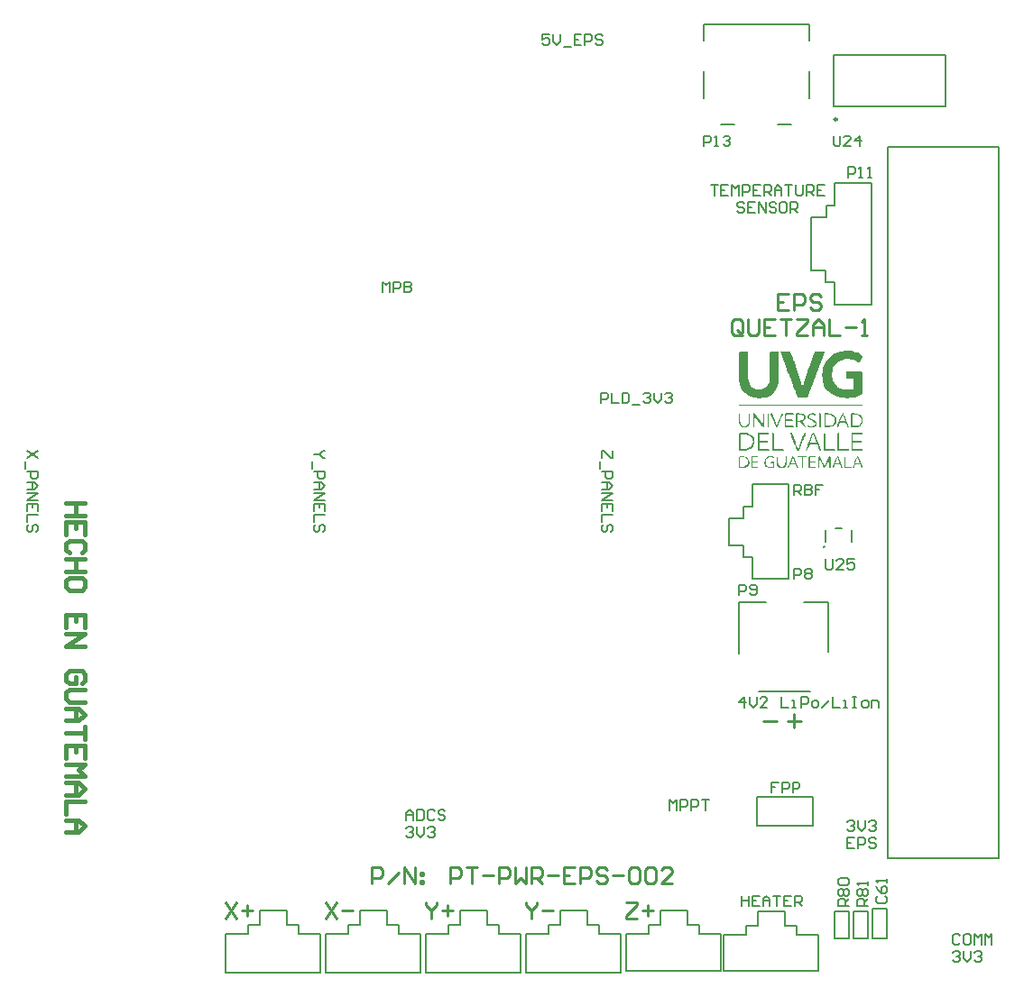
<source format=gto>
G04*
G04 #@! TF.GenerationSoftware,Altium Limited,Altium Designer,19.0.15 (446)*
G04*
G04 Layer_Color=65535*
%FSLAX25Y25*%
%MOIN*%
G70*
G01*
G75*
%ADD10C,0.01000*%
%ADD11C,0.00984*%
%ADD12C,0.00591*%
%ADD13C,0.01575*%
G36*
X290125Y211834D02*
X290877Y211697D01*
X291697Y211424D01*
X292586Y211150D01*
X293474Y210672D01*
X294363Y210057D01*
X294295Y209920D01*
X294158Y209647D01*
X293953Y209237D01*
X293748Y208826D01*
X293474Y208348D01*
X293269Y207938D01*
X293064Y207665D01*
X292928Y207528D01*
X292859Y207596D01*
X292586Y207733D01*
X292176Y207938D01*
X291629Y208211D01*
X290945Y208485D01*
X290194Y208690D01*
X289305Y208826D01*
X288348Y208895D01*
X288006D01*
X287733Y208826D01*
X287049Y208690D01*
X286229Y208416D01*
X285409Y207938D01*
X284520Y207254D01*
X284110Y206844D01*
X283700Y206366D01*
X283359Y205751D01*
X283085Y205067D01*
X282880Y203085D01*
Y203017D01*
Y202880D01*
Y202675D01*
X282948Y202402D01*
X283085Y201718D01*
X283359Y200898D01*
X283769Y199941D01*
X284384Y199121D01*
X284794Y198711D01*
X285272Y198369D01*
X285819Y198096D01*
X286434Y197822D01*
X286503Y197754D01*
X286571D01*
X286708Y197685D01*
X286981Y197617D01*
X287391Y197549D01*
X287870D01*
X288621Y197480D01*
X288963D01*
X289373Y197549D01*
X289783D01*
X290194Y197617D01*
X290604Y197685D01*
X290877Y197822D01*
X290945Y197959D01*
Y201513D01*
X288143D01*
Y203974D01*
X288348Y204179D01*
X294021D01*
X294226Y203974D01*
Y196250D01*
X294158Y196182D01*
X293884Y195977D01*
X293474Y195635D01*
X292859Y195362D01*
X292107Y195020D01*
X291082Y194678D01*
X289988Y194473D01*
X288621Y194405D01*
X288075D01*
X287733Y194473D01*
X287323D01*
X286776Y194541D01*
X286161Y194678D01*
X284862Y195020D01*
X284179Y195293D01*
X283427Y195635D01*
X282743Y195977D01*
X282060Y196455D01*
X281445Y197070D01*
X280830Y197685D01*
X280351Y198437D01*
X279941Y199326D01*
Y199394D01*
X279873Y199599D01*
X279736Y199941D01*
X279668Y200419D01*
X279531Y200966D01*
X279394Y201581D01*
X279326Y203017D01*
Y203359D01*
Y203427D01*
Y203632D01*
X279394Y203974D01*
X279463Y204384D01*
X279531Y204930D01*
X279668Y205546D01*
X279873Y206161D01*
X280146Y206844D01*
X280488Y207528D01*
X280966Y208280D01*
X281513Y208963D01*
X282128Y209647D01*
X282880Y210262D01*
X283769Y210809D01*
X284794Y211287D01*
X285956Y211697D01*
X288143Y211902D01*
X289510D01*
X290125Y211834D01*
D02*
G37*
G36*
X280078Y211629D02*
X280146Y211561D01*
Y211287D01*
X273790Y194678D01*
X270372D01*
Y194746D01*
X270304Y194815D01*
X270235Y195020D01*
X270099Y195293D01*
X269894Y195703D01*
X269689Y196318D01*
X269415Y197002D01*
X269005Y197959D01*
X268595Y199052D01*
X268048Y200419D01*
X267775Y201240D01*
X267433Y202060D01*
X267091Y202948D01*
X266681Y203974D01*
X266339Y204999D01*
X265861Y206161D01*
X265451Y207391D01*
X264972Y208690D01*
X264426Y210057D01*
X263879Y211561D01*
X264016Y211697D01*
X267433D01*
X267501Y211629D01*
X267570Y211492D01*
X267638Y211287D01*
X267775Y211014D01*
X267911Y210604D01*
X268116Y210125D01*
X268390Y209442D01*
X268663Y208553D01*
X269073Y207528D01*
X269483Y206298D01*
X269962Y204862D01*
X270577Y203153D01*
X270850Y202197D01*
X271192Y201171D01*
X271534Y200078D01*
X271944Y198916D01*
X272217D01*
Y198984D01*
X272286Y199052D01*
X272423Y199463D01*
X272628Y200078D01*
X272901Y200898D01*
X273174Y201855D01*
X273585Y202948D01*
X273926Y204110D01*
X274336Y205341D01*
X274746Y206503D01*
X275156Y207665D01*
X275567Y208758D01*
X275908Y209715D01*
X276182Y210535D01*
X276455Y211150D01*
X276592Y211561D01*
X276660Y211629D01*
X276729Y211697D01*
X280009D01*
X280078Y211629D01*
D02*
G37*
G36*
X263264Y211424D02*
Y201513D01*
Y201445D01*
Y201308D01*
Y201035D01*
X263195Y200761D01*
X263059Y199873D01*
X262785Y198847D01*
X262307Y197754D01*
X262033Y197207D01*
X261623Y196660D01*
X261145Y196182D01*
X260666Y195703D01*
X260051Y195225D01*
X259368Y194883D01*
X259299D01*
X259094Y194815D01*
X258752Y194746D01*
X258342Y194678D01*
X257796Y194541D01*
X257249Y194473D01*
X256087Y194405D01*
X255403D01*
X254993Y194473D01*
X254583Y194541D01*
X254036Y194678D01*
X253421Y194815D01*
X252738Y195088D01*
X252123Y195430D01*
X251439Y195840D01*
X250756Y196387D01*
X250140Y197002D01*
X249594Y197754D01*
X249184Y198711D01*
X248842Y199736D01*
X248568Y200966D01*
X248500Y202402D01*
Y211424D01*
X248705Y211697D01*
X251781D01*
X251986Y211424D01*
Y202128D01*
Y202060D01*
Y201923D01*
Y201718D01*
X252054Y201376D01*
X252191Y200693D01*
X252533Y199804D01*
X253011Y198984D01*
X253353Y198574D01*
X253695Y198232D01*
X254173Y197890D01*
X254720Y197685D01*
X255335Y197549D01*
X256087Y197480D01*
X256224D01*
X256497Y197549D01*
X256975Y197617D01*
X257522Y197822D01*
X258137Y198164D01*
X258752Y198574D01*
X259299Y199258D01*
X259709Y200146D01*
X259983Y203974D01*
Y211424D01*
X260188Y211697D01*
X263059D01*
X263264Y211424D01*
D02*
G37*
G36*
X294363Y191739D02*
X294226Y191602D01*
X248705D01*
X248500Y191876D01*
X248568Y191944D01*
X294158D01*
X294363Y191739D01*
D02*
G37*
G36*
X276455Y188732D02*
X276865Y188595D01*
X277002Y188458D01*
X277139Y188321D01*
Y188253D01*
X277070Y188185D01*
X277002Y188117D01*
X276729Y188048D01*
X275977Y188321D01*
X275293D01*
X274952Y188185D01*
X274541Y187980D01*
X274473Y187706D01*
X274405Y187433D01*
Y187296D01*
X274473Y187228D01*
X274541Y187160D01*
X274746Y187023D01*
X275020Y186818D01*
X275498Y186613D01*
X276113Y186339D01*
X277002Y185998D01*
X277344Y185382D01*
Y184904D01*
Y184836D01*
Y184699D01*
X277275Y184494D01*
X277139Y184289D01*
X276865Y184016D01*
X276523Y183810D01*
X276045Y183605D01*
X275430Y183537D01*
X275361D01*
X275156Y183605D01*
X274883Y183674D01*
X274610Y183742D01*
X274336Y183810D01*
X274063Y183947D01*
X273858Y184016D01*
X273790Y184152D01*
X274063Y184494D01*
X274131D01*
X274200Y184425D01*
X274610Y184289D01*
X275020Y184084D01*
X275498Y184016D01*
X275567D01*
X275703Y184084D01*
X276182Y184221D01*
X276660Y184494D01*
X276797Y184699D01*
X276865Y184972D01*
X276797Y185109D01*
X276729Y185246D01*
X276592Y185382D01*
X276250Y185588D01*
X275840Y185861D01*
X275225Y186134D01*
X274405Y186476D01*
X273926Y187091D01*
Y187911D01*
Y187980D01*
X273994Y188048D01*
X274268Y188390D01*
X274746Y188663D01*
X275088Y188732D01*
X275430Y188800D01*
X276113D01*
X276455Y188732D01*
D02*
G37*
G36*
X257864Y188526D02*
Y183879D01*
X257659Y183674D01*
X257522D01*
X257385Y183810D01*
X257249Y183947D01*
X256975Y184289D01*
X256497Y184767D01*
X255950Y185519D01*
X255608Y185929D01*
X255267Y186476D01*
X254788Y187023D01*
X254310Y187706D01*
X254241D01*
Y183879D01*
X253968Y183674D01*
X253763Y183879D01*
Y188526D01*
X253968Y188800D01*
X254105D01*
X257385Y184631D01*
Y188526D01*
X257659Y188800D01*
X257864Y188526D01*
D02*
G37*
G36*
X264767Y188663D02*
X264904D01*
Y188595D01*
X264836Y188458D01*
X264767Y188253D01*
X264631Y187980D01*
X264357Y187228D01*
X264016Y186408D01*
X263605Y185519D01*
X263264Y184699D01*
X262922Y184084D01*
X262785Y183810D01*
X262649Y183674D01*
X262512D01*
X262443Y183742D01*
X262307Y183947D01*
X262170Y184289D01*
X262033Y184562D01*
X261828Y184904D01*
X261692Y185314D01*
X261487Y185793D01*
X261213Y186339D01*
X260940Y187023D01*
X260666Y187775D01*
X260325Y188663D01*
X260461Y188800D01*
X260735D01*
X260803Y188732D01*
X260871Y188595D01*
X261076Y188253D01*
X261281Y187706D01*
X261418Y187365D01*
X261623Y186954D01*
X261760Y186408D01*
X262033Y185793D01*
X262238Y185109D01*
X262512Y184357D01*
X262649D01*
Y184425D01*
X262717Y184562D01*
X262785Y184767D01*
X262922Y185041D01*
X263195Y185793D01*
X263469Y186613D01*
X263810Y187365D01*
X264084Y188117D01*
X264220Y188390D01*
X264357Y188595D01*
X264426Y188732D01*
X264494Y188800D01*
X264631D01*
X264767Y188663D01*
D02*
G37*
G36*
X252601Y188526D02*
Y185451D01*
Y185382D01*
Y185177D01*
X252464Y184904D01*
X252328Y184562D01*
X252123Y184221D01*
X251712Y183879D01*
X251234Y183674D01*
X250551Y183537D01*
X250482D01*
X250209Y183605D01*
X249935Y183674D01*
X249525Y183879D01*
X249184Y184152D01*
X248842Y184562D01*
X248568Y185177D01*
X248500Y185998D01*
Y188526D01*
X248705Y188800D01*
X248978Y188526D01*
Y186066D01*
Y185998D01*
Y185724D01*
X249047Y185451D01*
X249184Y185041D01*
X249389Y184699D01*
X249730Y184357D01*
X250140Y184084D01*
X250687Y184016D01*
X250756D01*
X250892Y184084D01*
X251166Y184152D01*
X251439Y184289D01*
X251644Y184494D01*
X251918Y184836D01*
X252054Y185246D01*
X252123Y185724D01*
Y188526D01*
X252396Y188800D01*
X252601Y188526D01*
D02*
G37*
G36*
X291492Y188663D02*
X292312Y188526D01*
X293064Y188253D01*
X293748Y187911D01*
X293953Y187638D01*
X294158Y187365D01*
X294295Y187023D01*
X294363Y186613D01*
Y185998D01*
Y185929D01*
X294295Y185656D01*
X294226Y185246D01*
X294021Y184836D01*
X293679Y184425D01*
X293132Y184016D01*
X292381Y183742D01*
X291971Y183674D01*
X290057D01*
X289852Y183879D01*
Y188526D01*
X290057Y188800D01*
X290877D01*
X291492Y188663D01*
D02*
G37*
G36*
X287118D02*
X287254Y188390D01*
X287459Y187980D01*
X287733Y187296D01*
X287938Y186886D01*
X288143Y186408D01*
X288348Y185861D01*
X288621Y185246D01*
X288895Y184562D01*
X289237Y183742D01*
X289100Y183674D01*
X288826D01*
X288758Y183742D01*
X288690Y183879D01*
X288553Y184084D01*
X288416Y184425D01*
X288211Y184836D01*
X288006Y185382D01*
X285819D01*
Y185314D01*
X285751Y185109D01*
X285682Y184836D01*
X285546Y184562D01*
X285477Y184221D01*
X285341Y183947D01*
X285204Y183742D01*
X285067Y183674D01*
X284930D01*
X284794Y183742D01*
X284725D01*
Y183810D01*
X284794Y183947D01*
X284862Y184152D01*
X284999Y184425D01*
X285272Y185177D01*
X285614Y186066D01*
X286024Y186954D01*
X286366Y187775D01*
X286708Y188458D01*
X286844Y188663D01*
X286913Y188800D01*
X287049D01*
X287118Y188663D01*
D02*
G37*
G36*
X281855Y188732D02*
X282607Y188526D01*
X283290Y188321D01*
X283837Y187980D01*
X284315Y187501D01*
X284384Y187160D01*
X284452Y186818D01*
Y185588D01*
Y185519D01*
X284384Y185314D01*
X284315Y185041D01*
X284042Y184699D01*
X283700Y184357D01*
X283154Y184084D01*
X282402Y183810D01*
X281923Y183742D01*
X281376Y183674D01*
X280283D01*
X280078Y183879D01*
Y188526D01*
X280283Y188800D01*
X281308D01*
X281855Y188732D01*
D02*
G37*
G36*
X278847Y188526D02*
Y183879D01*
X278574Y183674D01*
X278369Y183879D01*
Y188800D01*
X278574D01*
X278847Y188526D01*
D02*
G37*
G36*
X271261Y188732D02*
X271807Y188595D01*
X272286Y188458D01*
X272764Y188185D01*
X273038Y187775D01*
X273174Y187296D01*
Y187228D01*
Y187091D01*
X272969Y186613D01*
X272628Y186066D01*
X272423Y185929D01*
X272081Y185861D01*
Y185588D01*
X273311Y183742D01*
X273174Y183674D01*
X272969D01*
X271261Y185724D01*
X270167D01*
Y183879D01*
X269894Y183674D01*
X269620Y183879D01*
Y188526D01*
X269894Y188800D01*
X270782D01*
X271261Y188732D01*
D02*
G37*
G36*
X268800Y188526D02*
X268527Y188321D01*
X266203D01*
X265998Y188048D01*
Y186476D01*
X268321D01*
X268527Y186203D01*
X268321Y185998D01*
X265998D01*
Y184357D01*
X266203Y184152D01*
X268527D01*
X268800Y183879D01*
X268527Y183674D01*
X265724D01*
X265451Y183879D01*
Y188526D01*
X265724Y188800D01*
X268527D01*
X268800Y188526D01*
D02*
G37*
G36*
X259573D02*
Y183879D01*
X259368Y183674D01*
X259094Y183879D01*
Y188526D01*
X259368Y188800D01*
X259573Y188526D01*
D02*
G37*
G36*
X294226Y181213D02*
X294158Y181076D01*
Y180940D01*
X294021Y181076D01*
X290672D01*
Y178616D01*
X293748D01*
X294021Y178411D01*
Y178274D01*
X293748Y178001D01*
X290672D01*
Y175540D01*
X294158D01*
X294363Y175335D01*
Y175198D01*
X294158Y174925D01*
X290330D01*
X290057Y175198D01*
Y181555D01*
X294226D01*
Y181213D01*
D02*
G37*
G36*
X273311Y181350D02*
Y181281D01*
X273174Y181076D01*
X273106Y180735D01*
X272901Y180324D01*
X272696Y179846D01*
X272491Y179299D01*
X272012Y178137D01*
X271534Y176975D01*
X271329Y176429D01*
X271124Y175950D01*
X270919Y175540D01*
X270782Y175198D01*
X270714Y174993D01*
X270645Y174925D01*
X270235D01*
X270167Y175062D01*
X270030Y175267D01*
X269894Y175472D01*
X269757Y175745D01*
X269620Y176087D01*
X269415Y176565D01*
X269210Y177112D01*
X268937Y177727D01*
X268663Y178479D01*
X268321Y179368D01*
X267980Y180393D01*
X267570Y181555D01*
X268048D01*
X268116Y181418D01*
X268253Y181213D01*
X268458Y180803D01*
X268595Y180461D01*
X268800Y180120D01*
X268937Y179641D01*
X269142Y179094D01*
X269415Y178411D01*
X269689Y177659D01*
X270030Y176770D01*
X270372Y175813D01*
X270509D01*
Y175882D01*
X270577Y176087D01*
X270714Y176360D01*
X270850Y176702D01*
X271192Y177659D01*
X271602Y178684D01*
X272012Y179709D01*
X272354Y180666D01*
X272491Y181008D01*
X272628Y181281D01*
X272764Y181486D01*
X272833Y181555D01*
X273106D01*
X273311Y181350D01*
D02*
G37*
G36*
X285682D02*
Y175540D01*
X289237D01*
Y175198D01*
X288963Y174925D01*
X285204D01*
X284930Y175198D01*
Y181350D01*
X285204Y181555D01*
X285409D01*
X285682Y181350D01*
D02*
G37*
G36*
X280556D02*
Y175540D01*
X283974D01*
X284179Y175335D01*
Y175198D01*
X283974Y174925D01*
X280146D01*
X279941Y175198D01*
Y181350D01*
X280146Y181555D01*
X280283D01*
X280556Y181350D01*
D02*
G37*
G36*
X276318Y181418D02*
X276455Y181145D01*
X276592Y180940D01*
X276729Y180666D01*
X276865Y180324D01*
X277070Y179914D01*
X277275Y179368D01*
X277549Y178753D01*
X277822Y178001D01*
X278164Y177180D01*
X278506Y176155D01*
X278916Y175062D01*
X278847Y174925D01*
X278437D01*
X278369Y174993D01*
X278301Y175062D01*
X278232Y175198D01*
X278096Y175472D01*
X277890Y175882D01*
X277754Y176497D01*
X277480Y177249D01*
X274815D01*
X273653Y174925D01*
X273174D01*
Y174993D01*
X273243Y175130D01*
X273311Y175403D01*
X273379Y175677D01*
X273516Y175950D01*
X273585Y176292D01*
X273790Y176770D01*
X273994Y177249D01*
X274200Y177864D01*
X274473Y178616D01*
X274815Y179436D01*
X275225Y180393D01*
X275635Y181418D01*
X275772Y181555D01*
X276250D01*
X276318Y181418D01*
D02*
G37*
G36*
X261418Y181350D02*
Y175540D01*
X264904D01*
X265109Y175335D01*
Y175198D01*
X264904Y174925D01*
X260940D01*
X260735Y175198D01*
Y181350D01*
X260940Y181555D01*
X261213D01*
X261418Y181350D01*
D02*
G37*
G36*
X259573Y181076D02*
X256292D01*
X256087Y180803D01*
Y178616D01*
X259094D01*
X259368Y178411D01*
Y178274D01*
X259094Y178001D01*
X256087D01*
Y175540D01*
X259504D01*
X259709Y175335D01*
Y175198D01*
X259504Y174925D01*
X255677D01*
X255472Y175198D01*
Y181555D01*
X259573D01*
Y181076D01*
D02*
G37*
G36*
X251576Y181486D02*
X252054Y181350D01*
X252669Y181076D01*
X253285Y180735D01*
X253831Y180256D01*
X254173Y179573D01*
X254241Y179163D01*
X254310Y178753D01*
Y178274D01*
Y178206D01*
Y178137D01*
X254241Y177727D01*
X254036Y177249D01*
X253763Y176634D01*
X253148Y176019D01*
X252806Y175677D01*
X252328Y175472D01*
X251849Y175267D01*
X251166Y175062D01*
X250482Y174993D01*
X249662Y174925D01*
X248705D01*
X248500Y175198D01*
Y181350D01*
X248705Y181555D01*
X251166D01*
X251576Y181486D01*
D02*
G37*
G36*
X261213Y172874D02*
X261487Y172738D01*
X261623Y172669D01*
X261692Y172533D01*
X261418Y172259D01*
X261281Y172328D01*
X261008Y172464D01*
X260666Y172533D01*
X260188Y172601D01*
X260120D01*
X259914Y172533D01*
X259641Y172464D01*
X259299Y172259D01*
X258958Y172054D01*
X258684Y171781D01*
X258479Y171371D01*
X258411Y170892D01*
Y170824D01*
Y170619D01*
X258479Y170277D01*
X258616Y169935D01*
X258821Y169594D01*
X259163Y169252D01*
X259573Y169047D01*
X260120Y168978D01*
X260598D01*
X261213Y169047D01*
Y170414D01*
X260598D01*
X260325Y170687D01*
X260598Y170892D01*
X261418D01*
X261692Y170687D01*
Y168978D01*
Y168910D01*
X261623Y168842D01*
X261487Y168773D01*
X261350Y168705D01*
X261076Y168637D01*
X260666Y168568D01*
X260188Y168500D01*
X260120D01*
X259846Y168568D01*
X259504Y168637D01*
X259094Y168842D01*
X258684Y169047D01*
X258342Y169389D01*
X258069Y169867D01*
X258001Y170414D01*
Y171029D01*
Y171097D01*
X258069Y171371D01*
X258206Y171644D01*
X258342Y172054D01*
X258616Y172396D01*
X258958Y172738D01*
X259436Y172943D01*
X259983Y173011D01*
X260871D01*
X261213Y172874D01*
D02*
G37*
G36*
X282402Y172738D02*
Y168568D01*
X282265D01*
X281992Y168842D01*
Y171917D01*
X281855D01*
Y171849D01*
X281786Y171781D01*
X281650Y171371D01*
X281445Y170892D01*
X281171Y170277D01*
X280898Y169662D01*
X280556Y169115D01*
X280351Y168705D01*
X280214Y168637D01*
X280146Y168568D01*
X280078D01*
X280009Y168705D01*
X279873Y168842D01*
X279668Y169115D01*
X279463Y169525D01*
X279189Y170140D01*
X278847Y170892D01*
X278437Y171917D01*
X278369D01*
Y168842D01*
X278096Y168568D01*
X277822Y168842D01*
Y172738D01*
X278096Y173011D01*
X278232D01*
X278301Y172943D01*
X278437Y172806D01*
X278574Y172533D01*
X278779Y172123D01*
X279121Y171439D01*
X279326Y171029D01*
X279531Y170551D01*
X279804Y170004D01*
X280078Y169320D01*
X281992Y173011D01*
X282128D01*
X282402Y172738D01*
D02*
G37*
G36*
X266066Y172874D02*
Y169935D01*
Y169867D01*
Y169730D01*
X265998Y169525D01*
X265861Y169252D01*
X265656Y169047D01*
X265314Y168773D01*
X264904Y168637D01*
X264289Y168500D01*
X264016D01*
X263742Y168568D01*
X263400Y168705D01*
X263059Y168910D01*
X262785Y169252D01*
X262580Y169662D01*
X262512Y170209D01*
Y172738D01*
X262785Y173011D01*
X262922Y172874D01*
Y171507D01*
Y171371D01*
Y171097D01*
X262990Y170687D01*
X263059Y170277D01*
X263195Y169799D01*
X263469Y169389D01*
X263742Y169115D01*
X264152Y168978D01*
X264562D01*
X264767Y169115D01*
X265041Y169252D01*
X265314Y169457D01*
X265519Y169799D01*
X265656Y170277D01*
X265724Y170892D01*
Y172738D01*
X265998Y173011D01*
X266066Y172874D01*
D02*
G37*
G36*
X292586Y172943D02*
X292722Y172738D01*
X292859Y172396D01*
X293064Y171917D01*
X293269Y171576D01*
X293406Y171166D01*
X293611Y170619D01*
X293816Y170072D01*
X294089Y169457D01*
X294363Y168705D01*
X294226Y168568D01*
X294089D01*
X294021Y168637D01*
X293953Y168773D01*
X293816Y168910D01*
X293679Y169184D01*
X293543Y169594D01*
X293406Y170072D01*
X291629D01*
X291561Y170004D01*
X291492Y169867D01*
X291424Y169730D01*
X291287Y169457D01*
X291150Y169047D01*
X290945Y168568D01*
X290604D01*
Y168705D01*
Y168773D01*
X290672Y168910D01*
X290740Y169115D01*
X290809Y169389D01*
X291082Y170072D01*
X291355Y170892D01*
X291697Y171644D01*
X291971Y172328D01*
X292107Y172601D01*
X292176Y172806D01*
X292312Y172943D01*
X292381Y173011D01*
X292517D01*
X292586Y172943D01*
D02*
G37*
G36*
X287870Y172874D02*
Y168978D01*
X290057D01*
X290330Y168705D01*
X290194Y168568D01*
X287733D01*
X287528Y168842D01*
Y172738D01*
X287733Y173011D01*
X287870Y172874D01*
D02*
G37*
G36*
X285136Y172943D02*
X285204Y172738D01*
X285409Y172464D01*
X285614Y171917D01*
X285751Y171576D01*
X285956Y171166D01*
X286161Y170687D01*
X286366Y170140D01*
X286639Y169457D01*
X286913Y168705D01*
X286776Y168568D01*
X286571D01*
X286503Y168637D01*
X286434Y168773D01*
X286298Y168910D01*
X286229Y169184D01*
X286092Y169594D01*
X285956Y170072D01*
X283974D01*
Y170004D01*
X283905Y169867D01*
X283837Y169594D01*
X283769Y169320D01*
X283632Y169047D01*
X283495Y168773D01*
X283359Y168637D01*
X283222Y168568D01*
X283085Y168705D01*
X283017D01*
Y168773D01*
X283085Y168910D01*
X283154Y169115D01*
X283290Y169320D01*
X283563Y170004D01*
X283905Y170756D01*
X284179Y171576D01*
X284520Y172259D01*
X284794Y172738D01*
X284862Y172943D01*
X284930Y173011D01*
X285067D01*
X285136Y172943D01*
D02*
G37*
G36*
X277139Y172738D02*
X276865Y172533D01*
X274815D01*
Y171029D01*
X276729D01*
X277002Y170824D01*
X276729Y170551D01*
X274815D01*
Y168978D01*
X277002D01*
X277207Y168705D01*
X277139Y168568D01*
X274541D01*
X274268Y168842D01*
Y172738D01*
X274541Y173011D01*
X276865D01*
X277139Y172738D01*
D02*
G37*
G36*
X273926D02*
X273653Y172533D01*
X272217D01*
Y168842D01*
X271944Y168568D01*
X271739Y168842D01*
Y172533D01*
X270235D01*
X270030Y172738D01*
X270235Y173011D01*
X273653D01*
X273926Y172738D01*
D02*
G37*
G36*
X268595Y172943D02*
X268732Y172738D01*
X268937Y172464D01*
X269142Y171917D01*
X269278Y171507D01*
X269483Y171097D01*
X269689Y170619D01*
X269894Y170004D01*
X270099Y169320D01*
X270372Y168568D01*
X270099D01*
X270030Y168637D01*
X269962Y168773D01*
X269894Y168910D01*
X269757Y169184D01*
X269620Y169594D01*
X269415Y170072D01*
X267638D01*
X267570Y169935D01*
X267433Y169730D01*
X267365Y169457D01*
X267296Y169184D01*
X266818Y168568D01*
X266613Y168842D01*
Y168910D01*
X266681Y168978D01*
X266886Y169457D01*
X267091Y170072D01*
X267433Y170824D01*
X267706Y171576D01*
X267980Y172191D01*
X268253Y172738D01*
X268321Y172943D01*
X268390Y173011D01*
X268527D01*
X268595Y172943D01*
D02*
G37*
G36*
X255814Y172738D02*
Y172533D01*
X253490D01*
Y171029D01*
X255472D01*
X255677Y170824D01*
X255472Y170551D01*
X253490D01*
Y168978D01*
X255677D01*
X255950Y168705D01*
X255814Y168568D01*
X253148D01*
Y172738D01*
X253353Y173011D01*
X255540D01*
X255814Y172738D01*
D02*
G37*
G36*
X250551Y172874D02*
X251029Y172738D01*
X251507Y172464D01*
X251986Y172054D01*
X252259Y171439D01*
X252396Y170687D01*
Y170619D01*
Y170414D01*
X252259Y170072D01*
X252123Y169730D01*
X251849Y169389D01*
X251507Y169047D01*
X250961Y168773D01*
X250209Y168568D01*
X248705D01*
X248500Y168842D01*
Y172738D01*
X248705Y173011D01*
X250072D01*
X250551Y172874D01*
D02*
G37*
%LPC*%
G36*
X291082Y188321D02*
X290467D01*
Y184152D01*
X291765D01*
X292039Y184221D01*
X292381Y184289D01*
X292791Y184425D01*
X293201Y184699D01*
X293543Y185109D01*
X293816Y185724D01*
X293884Y186476D01*
Y186544D01*
X293816Y186749D01*
X293748Y187091D01*
X293543Y187433D01*
X293201Y187706D01*
X292722Y188048D01*
X292039Y188253D01*
X291082Y188321D01*
D02*
G37*
G36*
X287049Y188048D02*
X286913D01*
X286024Y185861D01*
X287733D01*
Y185998D01*
X287049Y188048D01*
D02*
G37*
G36*
X281171Y188321D02*
X280556D01*
Y184152D01*
X281923D01*
X282265Y184289D01*
X282743Y184425D01*
X283222Y184631D01*
X283563Y184972D01*
X283837Y185451D01*
X283974Y186066D01*
Y186613D01*
Y186681D01*
X283905Y186886D01*
X283837Y187160D01*
X283632Y187501D01*
X283290Y187775D01*
X282812Y188048D01*
X282128Y188253D01*
X281171Y188321D01*
D02*
G37*
G36*
X270850D02*
X270167D01*
Y186066D01*
X270850D01*
X271192Y186134D01*
X271602Y186203D01*
X272012Y186339D01*
X272354Y186613D01*
X272628Y186886D01*
X272696Y187296D01*
Y187365D01*
Y187433D01*
X272628Y187638D01*
X272491Y187843D01*
X272217Y187980D01*
X271944Y188185D01*
X271466Y188253D01*
X270850Y188321D01*
D02*
G37*
G36*
X276113Y180803D02*
X275977D01*
X274883Y177864D01*
X277139D01*
Y178001D01*
X276113Y180803D01*
D02*
G37*
G36*
X250345Y181076D02*
X249320D01*
X249047Y180803D01*
Y175813D01*
X249320Y175540D01*
X250072D01*
X250551Y175608D01*
X251166Y175677D01*
X251849Y175882D01*
X252533Y176224D01*
X253148Y176770D01*
X253626Y177454D01*
X253695Y177932D01*
X253763Y178411D01*
Y178548D01*
X253695Y178821D01*
X253558Y179231D01*
X253216Y179778D01*
X252738Y180256D01*
X252396Y180461D01*
X251986Y180666D01*
X251507Y180803D01*
X250961Y180940D01*
X250345Y181076D01*
D02*
G37*
G36*
X292517Y172259D02*
X292312D01*
X291697Y170414D01*
X293132D01*
X292517Y172259D01*
D02*
G37*
G36*
X285067D02*
X284794D01*
X284179Y170414D01*
X284452D01*
X284930Y170551D01*
X285409Y170414D01*
X285682D01*
X285067Y172259D01*
D02*
G37*
G36*
X268527Y172396D02*
X268390D01*
X267775Y170414D01*
X269142D01*
Y170551D01*
X268527Y172396D01*
D02*
G37*
G36*
X250209Y172533D02*
X248978D01*
Y168978D01*
X249730D01*
X250140Y169047D01*
X250619Y169184D01*
X251097Y169457D01*
X251507Y169730D01*
X251781Y170209D01*
X251918Y170824D01*
Y170892D01*
Y171097D01*
X251849Y171371D01*
X251712Y171712D01*
X251507Y171986D01*
X251166Y172259D01*
X250756Y172464D01*
X250209Y172533D01*
D02*
G37*
%LPD*%
D10*
X280010Y139425D02*
G03*
X280010Y139425I-220J0D01*
G01*
X269000Y72500D02*
Y77500D01*
X266500Y75000D02*
X271500D01*
X257500D02*
X262500D01*
X266989Y233096D02*
X262991D01*
Y227098D01*
X266989D01*
X262991Y230097D02*
X264990D01*
X268989Y227098D02*
Y233096D01*
X271988D01*
X272987Y232096D01*
Y230097D01*
X271988Y229097D01*
X268989D01*
X278985Y232096D02*
X277986Y233096D01*
X275986D01*
X274987Y232096D01*
Y231096D01*
X275986Y230097D01*
X277986D01*
X278985Y229097D01*
Y228097D01*
X277986Y227098D01*
X275986D01*
X274987Y228097D01*
X249995Y218500D02*
Y222498D01*
X248995Y223498D01*
X246996D01*
X245996Y222498D01*
Y218500D01*
X246996Y217500D01*
X248995D01*
X247995Y219499D02*
X249995Y217500D01*
X248995D02*
X249995Y218500D01*
X251994Y223498D02*
Y218500D01*
X252994Y217500D01*
X254993D01*
X255993Y218500D01*
Y223498D01*
X261991D02*
X257992D01*
Y217500D01*
X261991D01*
X257992Y220499D02*
X259992D01*
X263990Y223498D02*
X267989D01*
X265990D01*
Y217500D01*
X269988Y223498D02*
X273987D01*
Y222498D01*
X269988Y218500D01*
Y217500D01*
X273987D01*
X275986D02*
Y221499D01*
X277986Y223498D01*
X279985Y221499D01*
Y217500D01*
Y220499D01*
X275986D01*
X281984Y223498D02*
Y217500D01*
X285983D01*
X287983Y220499D02*
X291981D01*
X293981Y217500D02*
X295980D01*
X294980D01*
Y223498D01*
X293981Y222498D01*
X113000Y15000D02*
Y20998D01*
X115999D01*
X116999Y19998D01*
Y17999D01*
X115999Y16999D01*
X113000D01*
X118998Y15000D02*
X122997Y18999D01*
X124996Y15000D02*
Y20998D01*
X128995Y15000D01*
Y20998D01*
X130994Y18999D02*
X131994D01*
Y17999D01*
X130994D01*
Y18999D01*
Y16000D02*
X131994D01*
Y15000D01*
X130994D01*
Y16000D01*
X141991Y15000D02*
Y20998D01*
X144990D01*
X145989Y19998D01*
Y17999D01*
X144990Y16999D01*
X141991D01*
X147989Y20998D02*
X151987D01*
X149988D01*
Y15000D01*
X153987Y17999D02*
X157985D01*
X159985Y15000D02*
Y20998D01*
X162984D01*
X163984Y19998D01*
Y17999D01*
X162984Y16999D01*
X159985D01*
X165983Y20998D02*
Y15000D01*
X167982Y16999D01*
X169982Y15000D01*
Y20998D01*
X171981Y15000D02*
Y20998D01*
X174980D01*
X175980Y19998D01*
Y17999D01*
X174980Y16999D01*
X171981D01*
X173980D02*
X175980Y15000D01*
X177979Y17999D02*
X181978D01*
X187976Y20998D02*
X183977D01*
Y15000D01*
X187976D01*
X183977Y17999D02*
X185976D01*
X189975Y15000D02*
Y20998D01*
X192974D01*
X193974Y19998D01*
Y17999D01*
X192974Y16999D01*
X189975D01*
X199972Y19998D02*
X198972Y20998D01*
X196973D01*
X195973Y19998D01*
Y18999D01*
X196973Y17999D01*
X198972D01*
X199972Y16999D01*
Y16000D01*
X198972Y15000D01*
X196973D01*
X195973Y16000D01*
X201971Y17999D02*
X205970D01*
X207969Y19998D02*
X208969Y20998D01*
X210968D01*
X211968Y19998D01*
Y16000D01*
X210968Y15000D01*
X208969D01*
X207969Y16000D01*
Y19998D01*
X213967D02*
X214967Y20998D01*
X216966D01*
X217966Y19998D01*
Y16000D01*
X216966Y15000D01*
X214967D01*
X213967Y16000D01*
Y19998D01*
X223964Y15000D02*
X219965D01*
X223964Y18999D01*
Y19998D01*
X222964Y20998D01*
X220965D01*
X219965Y19998D01*
X206980Y7998D02*
X210979D01*
Y6998D01*
X206980Y3000D01*
Y2000D01*
X210979D01*
X212978Y4999D02*
X216977D01*
X214978Y6998D02*
Y3000D01*
X169980Y7998D02*
Y6998D01*
X171980Y4999D01*
X173979Y6998D01*
Y7998D01*
X171980Y4999D02*
Y2000D01*
X175978Y4999D02*
X179977D01*
X132980Y7998D02*
Y6998D01*
X134980Y4999D01*
X136979Y6998D01*
Y7998D01*
X134980Y4999D02*
Y2000D01*
X138978Y4999D02*
X142977D01*
X140978Y6998D02*
Y3000D01*
X95980Y7998D02*
X99979Y2000D01*
Y7998D02*
X95980Y2000D01*
X101978Y4999D02*
X105977D01*
X58980Y7998D02*
X62979Y2000D01*
Y7998D02*
X58980Y2000D01*
X64978Y4999D02*
X68977D01*
X66978Y6998D02*
Y3000D01*
D11*
X284784Y297524D02*
G03*
X284784Y297524I-492J0D01*
G01*
D12*
X255165Y36185D02*
Y46815D01*
X275835D01*
Y36185D02*
Y46815D01*
X255165Y36185D02*
X275835D01*
X290124Y141295D02*
Y145626D01*
X280676Y141295D02*
Y145626D01*
X284227Y146173D02*
X286589D01*
X253417Y154252D02*
Y162520D01*
X250071Y154252D02*
X253417D01*
X250071Y149921D02*
Y154252D01*
X244756Y149921D02*
X250071D01*
X244756Y140079D02*
Y149921D01*
Y140079D02*
X250071D01*
Y135748D02*
Y140079D01*
Y135748D02*
X253417D01*
Y127480D02*
Y135748D01*
Y127480D02*
X267000D01*
X253417Y162520D02*
X267000D01*
Y127480D02*
Y162520D01*
X275059Y241559D02*
Y261441D01*
Y241559D02*
X280571D01*
Y237327D02*
Y241559D01*
Y237327D02*
X283917D01*
Y229059D02*
Y237327D01*
Y229059D02*
X297500D01*
X283917Y273941D02*
X297500D01*
Y229059D02*
Y273941D01*
X280768Y265673D02*
X283917D01*
X280768Y261441D02*
Y265673D01*
X275059Y261441D02*
X280768D01*
X283917Y265673D02*
Y273941D01*
X233752Y-3709D02*
X242020D01*
X233752D02*
Y-362D01*
X229421D02*
X233752D01*
X229421D02*
Y4953D01*
X219579D02*
X229421D01*
X219579Y-362D02*
Y4953D01*
X215248Y-362D02*
X219579D01*
X215248Y-3709D02*
Y-362D01*
X206980Y-3709D02*
X215248D01*
X206980Y-17291D02*
Y-3709D01*
X242020Y-17291D02*
Y-3709D01*
X206980Y-17291D02*
X242020D01*
X269752Y-3917D02*
X278020D01*
X269752D02*
Y-571D01*
X265421D02*
X269752D01*
X265421D02*
Y4744D01*
X255579D02*
X265421D01*
X255579Y-571D02*
Y4744D01*
X251248Y-571D02*
X255579D01*
X251248Y-3917D02*
Y-571D01*
X242980Y-3917D02*
X251248D01*
X242980Y-17500D02*
Y-3917D01*
X278020Y-17500D02*
Y-3917D01*
X242980Y-17500D02*
X278020D01*
X272500Y119000D02*
X281500D01*
X256000Y86000D02*
X275000D01*
X248500Y100000D02*
Y119000D01*
X258500D01*
X281500Y100500D02*
Y119000D01*
X302075Y-5512D02*
X303256D01*
Y5512D01*
X302075D02*
X303256D01*
X297744D02*
X302075D01*
X297744Y-5512D02*
Y5512D01*
Y-5512D02*
X302075D01*
X290744Y-5500D02*
X295370D01*
X290744D02*
Y4500D01*
X295468D01*
X295500D02*
X296256D01*
Y-5500D02*
Y4500D01*
X295500Y-5500D02*
X296256D01*
X284650Y4500D02*
X289276D01*
Y-5500D02*
Y4500D01*
X284551Y-5500D02*
X289276D01*
X283764D02*
X284520D01*
X283764D02*
Y4500D01*
X284520D01*
X263000Y295648D02*
X268000D01*
X235500Y305148D02*
Y315148D01*
X274500Y305148D02*
Y315148D01*
X235500Y326648D02*
Y332616D01*
X274500D01*
Y326648D02*
Y332616D01*
X242000Y295648D02*
X247000D01*
X283405Y302346D02*
X324744D01*
X283405Y321244D02*
X324744D01*
X283405Y302346D02*
Y321244D01*
X324744Y302346D02*
Y321244D01*
X196752Y-3709D02*
X205020D01*
X196752D02*
Y-362D01*
X192421D02*
X196752D01*
X192421D02*
Y4953D01*
X182579D02*
X192421D01*
X182579Y-362D02*
Y4953D01*
X178248Y-362D02*
X182579D01*
X178248Y-3709D02*
Y-362D01*
X169980Y-3709D02*
X178248D01*
X169980Y-17980D02*
Y-3709D01*
X205020Y-17980D02*
Y-3709D01*
X169980Y-17980D02*
X205020D01*
X159752Y-3709D02*
X168020D01*
X159752D02*
Y-362D01*
X155421D02*
X159752D01*
X155421D02*
Y4953D01*
X145579D02*
X155421D01*
X145579Y-362D02*
Y4953D01*
X141248Y-362D02*
X145579D01*
X141248Y-3709D02*
Y-362D01*
X132980Y-3709D02*
X141248D01*
X132980Y-17980D02*
Y-3709D01*
X168020Y-17980D02*
Y-3709D01*
X132980Y-17980D02*
X168020D01*
X122752Y-3709D02*
X131020D01*
X122752D02*
Y-362D01*
X118421D02*
X122752D01*
X118421D02*
Y4953D01*
X108579D02*
X118421D01*
X108579Y-362D02*
Y4953D01*
X104248Y-362D02*
X108579D01*
X104248Y-3709D02*
Y-362D01*
X95980Y-3709D02*
X104248D01*
X95980Y-17980D02*
Y-3709D01*
X131020Y-17980D02*
Y-3709D01*
X95980Y-17980D02*
X131020D01*
X85752Y-3709D02*
X94020D01*
X85752D02*
Y-362D01*
X81421D02*
X85752D01*
X81421D02*
Y4953D01*
X71579D02*
X81421D01*
X71579Y-362D02*
Y4953D01*
X67248Y-362D02*
X71579D01*
X67248Y-3709D02*
Y-362D01*
X58980Y-3709D02*
X67248D01*
X58980Y-17980D02*
Y-3709D01*
X94020Y-17980D02*
Y-3709D01*
X58980Y-17980D02*
X94020D01*
X344634Y24382D02*
Y287374D01*
X323571Y24382D02*
X344634D01*
X323571Y287374D02*
X344634D01*
X303571Y24382D02*
X324634D01*
X303571Y287374D02*
X324634D01*
X303571D02*
X303571Y24382D01*
X288591Y37510D02*
X289247Y38166D01*
X290558D01*
X291214Y37510D01*
Y36854D01*
X290558Y36199D01*
X289902D01*
X290558D01*
X291214Y35543D01*
Y34887D01*
X290558Y34231D01*
X289247D01*
X288591Y34887D01*
X292526Y38166D02*
Y35543D01*
X293838Y34231D01*
X295150Y35543D01*
Y38166D01*
X296462Y37510D02*
X297118Y38166D01*
X298430D01*
X299086Y37510D01*
Y36854D01*
X298430Y36199D01*
X297774D01*
X298430D01*
X299086Y35543D01*
Y34887D01*
X298430Y34231D01*
X297118D01*
X296462Y34887D01*
X291214Y32026D02*
X288591D01*
Y28091D01*
X291214D01*
X288591Y30058D02*
X289902D01*
X292526Y28091D02*
Y32026D01*
X294494D01*
X295150Y31370D01*
Y30058D01*
X294494Y29402D01*
X292526D01*
X299086Y31370D02*
X298430Y32026D01*
X297118D01*
X296462Y31370D01*
Y30714D01*
X297118Y30058D01*
X298430D01*
X299086Y29402D01*
Y28747D01*
X298430Y28091D01*
X297118D01*
X296462Y28747D01*
X125591Y38231D02*
Y40854D01*
X126902Y42167D01*
X128214Y40854D01*
Y38231D01*
Y40199D01*
X125591D01*
X129526Y42167D02*
Y38231D01*
X131494D01*
X132150Y38887D01*
Y41510D01*
X131494Y42167D01*
X129526D01*
X136086Y41510D02*
X135430Y42167D01*
X134118D01*
X133462Y41510D01*
Y38887D01*
X134118Y38231D01*
X135430D01*
X136086Y38887D01*
X140022Y41510D02*
X139366Y42167D01*
X138054D01*
X137398Y41510D01*
Y40854D01*
X138054Y40199D01*
X139366D01*
X140022Y39543D01*
Y38887D01*
X139366Y38231D01*
X138054D01*
X137398Y38887D01*
X125591Y35370D02*
X126247Y36026D01*
X127558D01*
X128214Y35370D01*
Y34714D01*
X127558Y34058D01*
X126902D01*
X127558D01*
X128214Y33402D01*
Y32746D01*
X127558Y32090D01*
X126247D01*
X125591Y32746D01*
X129526Y36026D02*
Y33402D01*
X130838Y32090D01*
X132150Y33402D01*
Y36026D01*
X133462Y35370D02*
X134118Y36026D01*
X135430D01*
X136086Y35370D01*
Y34714D01*
X135430Y34058D01*
X134774D01*
X135430D01*
X136086Y33402D01*
Y32746D01*
X135430Y32090D01*
X134118D01*
X133462Y32746D01*
X330214Y-4490D02*
X329558Y-3833D01*
X328246D01*
X327590Y-4490D01*
Y-7113D01*
X328246Y-7769D01*
X329558D01*
X330214Y-7113D01*
X333494Y-3833D02*
X332182D01*
X331526Y-4490D01*
Y-7113D01*
X332182Y-7769D01*
X333494D01*
X334150Y-7113D01*
Y-4490D01*
X333494Y-3833D01*
X335462Y-7769D02*
Y-3833D01*
X336774Y-5145D01*
X338086Y-3833D01*
Y-7769D01*
X339398D02*
Y-3833D01*
X340710Y-5145D01*
X342022Y-3833D01*
Y-7769D01*
X327590Y-10630D02*
X328246Y-9974D01*
X329558D01*
X330214Y-10630D01*
Y-11286D01*
X329558Y-11942D01*
X328902D01*
X329558D01*
X330214Y-12597D01*
Y-13253D01*
X329558Y-13909D01*
X328246D01*
X327590Y-13253D01*
X331526Y-9974D02*
Y-12597D01*
X332838Y-13909D01*
X334150Y-12597D01*
Y-9974D01*
X335462Y-10630D02*
X336118Y-9974D01*
X337430D01*
X338086Y-10630D01*
Y-11286D01*
X337430Y-11942D01*
X336774D01*
X337430D01*
X338086Y-12597D01*
Y-13253D01*
X337430Y-13909D01*
X336118D01*
X335462Y-13253D01*
X238090Y273166D02*
X240714D01*
X239402D01*
Y269231D01*
X244650Y273166D02*
X242026D01*
Y269231D01*
X244650D01*
X242026Y271199D02*
X243338D01*
X245962Y269231D02*
Y273166D01*
X247274Y271854D01*
X248586Y273166D01*
Y269231D01*
X249898D02*
Y273166D01*
X251866D01*
X252522Y272511D01*
Y271199D01*
X251866Y270543D01*
X249898D01*
X256457Y273166D02*
X253834D01*
Y269231D01*
X256457D01*
X253834Y271199D02*
X255145D01*
X257769Y269231D02*
Y273166D01*
X259737D01*
X260393Y272511D01*
Y271199D01*
X259737Y270543D01*
X257769D01*
X259081D02*
X260393Y269231D01*
X261705D02*
Y271854D01*
X263017Y273166D01*
X264329Y271854D01*
Y269231D01*
Y271199D01*
X261705D01*
X265641Y273166D02*
X268265D01*
X266953D01*
Y269231D01*
X269577Y273166D02*
Y269887D01*
X270232Y269231D01*
X271544D01*
X272200Y269887D01*
Y273166D01*
X273512Y269231D02*
Y273166D01*
X275480D01*
X276136Y272511D01*
Y271199D01*
X275480Y270543D01*
X273512D01*
X274824D02*
X276136Y269231D01*
X280072Y273166D02*
X277448D01*
Y269231D01*
X280072D01*
X277448Y271199D02*
X278760D01*
X250554Y266370D02*
X249898Y267026D01*
X248586D01*
X247930Y266370D01*
Y265714D01*
X248586Y265058D01*
X249898D01*
X250554Y264402D01*
Y263747D01*
X249898Y263090D01*
X248586D01*
X247930Y263747D01*
X254489Y267026D02*
X251866D01*
Y263090D01*
X254489D01*
X251866Y265058D02*
X253177D01*
X255801Y263090D02*
Y267026D01*
X258425Y263090D01*
Y267026D01*
X262361Y266370D02*
X261705Y267026D01*
X260393D01*
X259737Y266370D01*
Y265714D01*
X260393Y265058D01*
X261705D01*
X262361Y264402D01*
Y263747D01*
X261705Y263090D01*
X260393D01*
X259737Y263747D01*
X265641Y267026D02*
X264329D01*
X263673Y266370D01*
Y263747D01*
X264329Y263090D01*
X265641D01*
X266297Y263747D01*
Y266370D01*
X265641Y267026D01*
X267609Y263090D02*
Y267026D01*
X269577D01*
X270232Y266370D01*
Y265058D01*
X269577Y264402D01*
X267609D01*
X268920D02*
X270232Y263090D01*
X263124Y52436D02*
X260500D01*
Y50468D01*
X261812D01*
X260500D01*
Y48500D01*
X264436D02*
Y52436D01*
X266404D01*
X267060Y51780D01*
Y50468D01*
X266404Y49812D01*
X264436D01*
X268372Y48500D02*
Y52436D01*
X270339D01*
X270995Y51780D01*
Y50468D01*
X270339Y49812D01*
X268372D01*
X269000Y158500D02*
Y162436D01*
X270968D01*
X271624Y161780D01*
Y160468D01*
X270968Y159812D01*
X269000D01*
X270312D02*
X271624Y158500D01*
X272936Y162436D02*
Y158500D01*
X274904D01*
X275560Y159156D01*
Y159812D01*
X274904Y160468D01*
X272936D01*
X274904D01*
X275560Y161124D01*
Y161780D01*
X274904Y162436D01*
X272936D01*
X279495D02*
X276871D01*
Y160468D01*
X278183D01*
X276871D01*
Y158500D01*
X197500Y192500D02*
Y196436D01*
X199468D01*
X200124Y195780D01*
Y194468D01*
X199468Y193812D01*
X197500D01*
X201436Y196436D02*
Y192500D01*
X204060D01*
X205371Y196436D02*
Y192500D01*
X207339D01*
X207995Y193156D01*
Y195780D01*
X207339Y196436D01*
X205371D01*
X209307Y191844D02*
X211931D01*
X213243Y195780D02*
X213899Y196436D01*
X215211D01*
X215867Y195780D01*
Y195124D01*
X215211Y194468D01*
X214555D01*
X215211D01*
X215867Y193812D01*
Y193156D01*
X215211Y192500D01*
X213899D01*
X213243Y193156D01*
X217179Y196436D02*
Y193812D01*
X218491Y192500D01*
X219802Y193812D01*
Y196436D01*
X221114Y195780D02*
X221770Y196436D01*
X223082D01*
X223738Y195780D01*
Y195124D01*
X223082Y194468D01*
X222426D01*
X223082D01*
X223738Y193812D01*
Y193156D01*
X223082Y192500D01*
X221770D01*
X221114Y193156D01*
X249500Y10436D02*
Y6500D01*
Y8468D01*
X252124D01*
Y10436D01*
Y6500D01*
X256060Y10436D02*
X253436D01*
Y6500D01*
X256060D01*
X253436Y8468D02*
X254748D01*
X257371Y6500D02*
Y9124D01*
X258683Y10436D01*
X259995Y9124D01*
Y6500D01*
Y8468D01*
X257371D01*
X261307Y10436D02*
X263931D01*
X262619D01*
Y6500D01*
X267867Y10436D02*
X265243D01*
Y6500D01*
X267867D01*
X265243Y8468D02*
X266555D01*
X269179Y6500D02*
Y10436D01*
X271147D01*
X271802Y9780D01*
Y8468D01*
X271147Y7812D01*
X269179D01*
X270491D02*
X271802Y6500D01*
X250468Y80000D02*
Y83936D01*
X248500Y81968D01*
X251124D01*
X252436Y83936D02*
Y81312D01*
X253748Y80000D01*
X255060Y81312D01*
Y83936D01*
X258995Y80000D02*
X256371D01*
X258995Y82624D01*
Y83280D01*
X258339Y83936D01*
X257027D01*
X256371Y83280D01*
X264243Y83936D02*
Y80000D01*
X266867D01*
X268179D02*
X269491D01*
X268835D01*
Y82624D01*
X268179D01*
X271459Y80000D02*
Y83936D01*
X273426D01*
X274082Y83280D01*
Y81968D01*
X273426Y81312D01*
X271459D01*
X276050Y80000D02*
X277362D01*
X278018Y80656D01*
Y81968D01*
X277362Y82624D01*
X276050D01*
X275394Y81968D01*
Y80656D01*
X276050Y80000D01*
X279330D02*
X281954Y82624D01*
X283266Y83936D02*
Y80000D01*
X285890D01*
X287201D02*
X288513D01*
X287857D01*
Y82624D01*
X287201D01*
X290481Y83936D02*
X291793D01*
X291137D01*
Y80000D01*
X290481D01*
X291793D01*
X294417D02*
X295729D01*
X296385Y80656D01*
Y81968D01*
X295729Y82624D01*
X294417D01*
X293761Y81968D01*
Y80656D01*
X294417Y80000D01*
X297697D02*
Y82624D01*
X299665D01*
X300321Y81968D01*
Y80000D01*
X178549Y328936D02*
X175925D01*
Y326968D01*
X177237Y327624D01*
X177893D01*
X178549Y326968D01*
Y325656D01*
X177893Y325000D01*
X176581D01*
X175925Y325656D01*
X179861Y328936D02*
Y326312D01*
X181173Y325000D01*
X182485Y326312D01*
Y328936D01*
X183797Y324344D02*
X186421D01*
X190356Y328936D02*
X187732D01*
Y325000D01*
X190356D01*
X187732Y326968D02*
X189044D01*
X191668Y325000D02*
Y328936D01*
X193636D01*
X194292Y328280D01*
Y326968D01*
X193636Y326312D01*
X191668D01*
X198228Y328280D02*
X197572Y328936D01*
X196260D01*
X195604Y328280D01*
Y327624D01*
X196260Y326968D01*
X197572D01*
X198228Y326312D01*
Y325656D01*
X197572Y325000D01*
X196260D01*
X195604Y325656D01*
X117000Y233500D02*
Y237436D01*
X118312Y236124D01*
X119624Y237436D01*
Y233500D01*
X120936D02*
Y237436D01*
X122904D01*
X123560Y236780D01*
Y235468D01*
X122904Y234812D01*
X120936D01*
X124872Y237436D02*
Y233500D01*
X126839D01*
X127495Y234156D01*
Y234812D01*
X126839Y235468D01*
X124872D01*
X126839D01*
X127495Y236124D01*
Y236780D01*
X126839Y237436D01*
X124872D01*
X201936Y175000D02*
Y172376D01*
X201280D01*
X198656Y175000D01*
X198000D01*
Y172376D01*
X197344Y171064D02*
Y168440D01*
X198000Y167129D02*
X201936D01*
Y165161D01*
X201280Y164505D01*
X199968D01*
X199312Y165161D01*
Y167129D01*
X198000Y163193D02*
X200624D01*
X201936Y161881D01*
X200624Y160569D01*
X198000D01*
X199968D01*
Y163193D01*
X198000Y159257D02*
X201936D01*
X198000Y156633D01*
X201936D01*
Y152698D02*
Y155321D01*
X198000D01*
Y152698D01*
X199968Y155321D02*
Y154009D01*
X201936Y151386D02*
X198000D01*
Y148762D01*
X201280Y144826D02*
X201936Y145482D01*
Y146794D01*
X201280Y147450D01*
X200624D01*
X199968Y146794D01*
Y145482D01*
X199312Y144826D01*
X198656D01*
X198000Y145482D01*
Y146794D01*
X198656Y147450D01*
X95436Y175000D02*
X94780D01*
X93468Y173688D01*
X94780Y172376D01*
X95436D01*
X93468Y173688D02*
X91500D01*
X90844Y171064D02*
Y168440D01*
X91500Y167129D02*
X95436D01*
Y165161D01*
X94780Y164505D01*
X93468D01*
X92812Y165161D01*
Y167129D01*
X91500Y163193D02*
X94124D01*
X95436Y161881D01*
X94124Y160569D01*
X91500D01*
X93468D01*
Y163193D01*
X91500Y159257D02*
X95436D01*
X91500Y156633D01*
X95436D01*
Y152698D02*
Y155321D01*
X91500D01*
Y152698D01*
X93468Y155321D02*
Y154009D01*
X95436Y151386D02*
X91500D01*
Y148762D01*
X94780Y144826D02*
X95436Y145482D01*
Y146794D01*
X94780Y147450D01*
X94124D01*
X93468Y146794D01*
Y145482D01*
X92812Y144826D01*
X92156D01*
X91500Y145482D01*
Y146794D01*
X92156Y147450D01*
X223000Y42000D02*
Y45936D01*
X224312Y44624D01*
X225624Y45936D01*
Y42000D01*
X226936D02*
Y45936D01*
X228904D01*
X229560Y45280D01*
Y43968D01*
X228904Y43312D01*
X226936D01*
X230872Y42000D02*
Y45936D01*
X232839D01*
X233495Y45280D01*
Y43968D01*
X232839Y43312D01*
X230872D01*
X234807Y45936D02*
X237431D01*
X236119D01*
Y42000D01*
X-10564Y175000D02*
X-14500Y172376D01*
X-10564D02*
X-14500Y175000D01*
X-15156Y171064D02*
Y168440D01*
X-14500Y167129D02*
X-10564D01*
Y165161D01*
X-11220Y164505D01*
X-12532D01*
X-13188Y165161D01*
Y167129D01*
X-14500Y163193D02*
X-11876D01*
X-10564Y161881D01*
X-11876Y160569D01*
X-14500D01*
X-12532D01*
Y163193D01*
X-14500Y159257D02*
X-10564D01*
X-14500Y156633D01*
X-10564D01*
Y152698D02*
Y155321D01*
X-14500D01*
Y152698D01*
X-12532Y155321D02*
Y154009D01*
X-10564Y151386D02*
X-14500D01*
Y148762D01*
X-11220Y144826D02*
X-10564Y145482D01*
Y146794D01*
X-11220Y147450D01*
X-11876D01*
X-12532Y146794D01*
Y145482D01*
X-13188Y144826D01*
X-13844D01*
X-14500Y145482D01*
Y146794D01*
X-13844Y147450D01*
X280676Y134936D02*
Y131656D01*
X281332Y131000D01*
X282644D01*
X283299Y131656D01*
Y134936D01*
X287235Y131000D02*
X284611D01*
X287235Y133624D01*
Y134280D01*
X286579Y134936D01*
X285267D01*
X284611Y134280D01*
X291171Y134936D02*
X288547D01*
Y132968D01*
X289859Y133624D01*
X290515D01*
X291171Y132968D01*
Y131656D01*
X290515Y131000D01*
X289203D01*
X288547Y131656D01*
X269000Y127480D02*
Y131416D01*
X270968D01*
X271624Y130760D01*
Y129448D01*
X270968Y128792D01*
X269000D01*
X272936Y130760D02*
X273592Y131416D01*
X274904D01*
X275560Y130760D01*
Y130104D01*
X274904Y129448D01*
X275560Y128792D01*
Y128136D01*
X274904Y127480D01*
X273592D01*
X272936Y128136D01*
Y128792D01*
X273592Y129448D01*
X272936Y130104D01*
Y130760D01*
X273592Y129448D02*
X274904D01*
X289000Y276000D02*
Y279936D01*
X290968D01*
X291624Y279280D01*
Y277968D01*
X290968Y277312D01*
X289000D01*
X292936Y276000D02*
X294248D01*
X293592D01*
Y279936D01*
X292936Y279280D01*
X296216Y276000D02*
X297527D01*
X296871D01*
Y279936D01*
X296216Y279280D01*
X248500Y121500D02*
Y125436D01*
X250468D01*
X251124Y124780D01*
Y123468D01*
X250468Y122812D01*
X248500D01*
X252436Y122156D02*
X253092Y121500D01*
X254404D01*
X255060Y122156D01*
Y124780D01*
X254404Y125436D01*
X253092D01*
X252436Y124780D01*
Y124124D01*
X253092Y123468D01*
X255060D01*
X283405Y291436D02*
Y288156D01*
X284062Y287500D01*
X285373D01*
X286029Y288156D01*
Y291436D01*
X289965Y287500D02*
X287341D01*
X289965Y290124D01*
Y290780D01*
X289309Y291436D01*
X287997D01*
X287341Y290780D01*
X293245Y287500D02*
Y291436D01*
X291277Y289468D01*
X293901D01*
X235500Y287500D02*
Y291436D01*
X237468D01*
X238124Y290780D01*
Y289468D01*
X237468Y288812D01*
X235500D01*
X239436Y287500D02*
X240748D01*
X240092D01*
Y291436D01*
X239436Y290780D01*
X242716D02*
X243372Y291436D01*
X244683D01*
X245339Y290780D01*
Y290124D01*
X244683Y289468D01*
X244027D01*
X244683D01*
X245339Y288812D01*
Y288156D01*
X244683Y287500D01*
X243372D01*
X242716Y288156D01*
X296256Y6500D02*
X292320D01*
Y8468D01*
X292976Y9124D01*
X294288D01*
X294944Y8468D01*
Y6500D01*
Y7812D02*
X296256Y9124D01*
X292976Y10436D02*
X292320Y11092D01*
Y12404D01*
X292976Y13060D01*
X293632D01*
X294288Y12404D01*
X294944Y13060D01*
X295600D01*
X296256Y12404D01*
Y11092D01*
X295600Y10436D01*
X294944D01*
X294288Y11092D01*
X293632Y10436D01*
X292976D01*
X294288Y11092D02*
Y12404D01*
X296256Y14371D02*
Y15683D01*
Y15027D01*
X292320D01*
X292976Y14371D01*
X289276Y6500D02*
X285340D01*
Y8468D01*
X285996Y9124D01*
X287308D01*
X287964Y8468D01*
Y6500D01*
Y7812D02*
X289276Y9124D01*
X285996Y10436D02*
X285340Y11092D01*
Y12404D01*
X285996Y13060D01*
X286652D01*
X287308Y12404D01*
X287964Y13060D01*
X288620D01*
X289276Y12404D01*
Y11092D01*
X288620Y10436D01*
X287964D01*
X287308Y11092D01*
X286652Y10436D01*
X285996D01*
X287308Y11092D02*
Y12404D01*
X285996Y14371D02*
X285340Y15027D01*
Y16339D01*
X285996Y16995D01*
X288620D01*
X289276Y16339D01*
Y15027D01*
X288620Y14371D01*
X285996D01*
X299976Y10124D02*
X299320Y9468D01*
Y8156D01*
X299976Y7500D01*
X302600D01*
X303256Y8156D01*
Y9468D01*
X302600Y10124D01*
X299320Y14060D02*
X299976Y12748D01*
X301288Y11436D01*
X302600D01*
X303256Y12092D01*
Y13404D01*
X302600Y14060D01*
X301944D01*
X301288Y13404D01*
Y11436D01*
X303256Y15371D02*
Y16683D01*
Y16027D01*
X299320D01*
X299976Y15371D01*
D13*
X6887Y155500D02*
X0D01*
X3444D01*
Y150908D01*
X6887D01*
X0D01*
X6887Y144021D02*
Y148612D01*
X0D01*
Y144021D01*
X3444Y148612D02*
Y146317D01*
X5740Y137133D02*
X6887Y138281D01*
Y140577D01*
X5740Y141725D01*
X1148D01*
X0Y140577D01*
Y138281D01*
X1148Y137133D01*
X6887Y134837D02*
X0D01*
X3444D01*
Y130246D01*
X6887D01*
X0D01*
X6887Y124506D02*
Y126802D01*
X5740Y127950D01*
X1148D01*
X0Y126802D01*
Y124506D01*
X1148Y123358D01*
X5740D01*
X6887Y124506D01*
Y109583D02*
Y114175D01*
X0D01*
Y109583D01*
X3444Y114175D02*
Y111879D01*
X0Y107287D02*
X6887D01*
X0Y102696D01*
X6887D01*
X5740Y88920D02*
X6887Y90069D01*
Y92364D01*
X5740Y93512D01*
X1148D01*
X0Y92364D01*
Y90069D01*
X1148Y88920D01*
X3444D01*
Y91216D01*
X6887Y86625D02*
X1148D01*
X0Y85477D01*
Y83181D01*
X1148Y82033D01*
X6887D01*
X0Y79737D02*
X4592D01*
X6887Y77441D01*
X4592Y75146D01*
X0D01*
X3444D01*
Y79737D01*
X6887Y72850D02*
Y68258D01*
Y70554D01*
X0D01*
X6887Y61370D02*
Y65962D01*
X0D01*
Y61370D01*
X3444Y65962D02*
Y63666D01*
X0Y59075D02*
X6887D01*
X4592Y56779D01*
X6887Y54483D01*
X0D01*
Y52187D02*
X4592D01*
X6887Y49891D01*
X4592Y47595D01*
X0D01*
X3444D01*
Y52187D01*
X6887Y45300D02*
X0D01*
Y40708D01*
Y38412D02*
X4592D01*
X6887Y36116D01*
X4592Y33820D01*
X0D01*
X3444D01*
Y38412D01*
M02*

</source>
